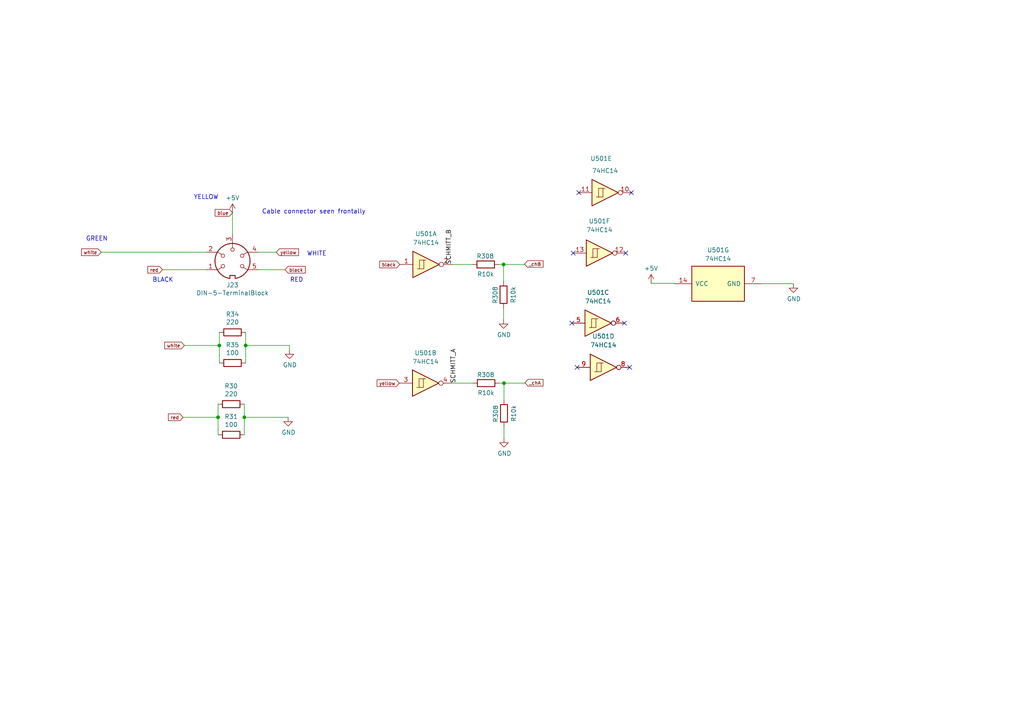
<source format=kicad_sch>
(kicad_sch (version 20230121) (generator eeschema)
  (paper "A4")
  (lib_symbols
    (symbol "74xx:74HC14" (pin_names (offset 1.016))
      (property "Reference" "U" (at 0 1.27 0))
      (property "Value" "74HC14" (at 0 -1.27 0))
      (symbol "74HC14_1_0"
        (polyline (pts (xy -3.81 3.81) (xy -3.81 -3.81) (xy 3.81 0) (xy -3.81 3.81)) (stroke (width 0.254)) (fill (type background)))
        (pin input line (at -7.62 0 0) (length 3.81) (name "~") (number "1"))
        (pin output inverted (at 7.62 0 180) (length 3.81) (name "~") (number "2"))
      )
      (symbol "74HC14_1_1"
        (polyline (pts (xy -1.905 -1.27) (xy -1.905 1.27) (xy -0.635 1.27)))
        (polyline (pts (xy -2.54 -1.27) (xy -0.635 -1.27) (xy -0.635 1.27) (xy 0 1.27)))
      )
      (symbol "74HC14_2_0"
        (polyline (pts (xy -3.81 3.81) (xy -3.81 -3.81) (xy 3.81 0) (xy -3.81 3.81)) (stroke (width 0.254)) (fill (type background)))
        (pin input line (at -7.62 0 0) (length 3.81) (name "~") (number "3"))
        (pin output inverted (at 7.62 0 180) (length 3.81) (name "~") (number "4"))
      )
      (symbol "74HC14_2_1"
        (polyline (pts (xy -1.905 -1.27) (xy -1.905 1.27) (xy -0.635 1.27)))
        (polyline (pts (xy -2.54 -1.27) (xy -0.635 -1.27) (xy -0.635 1.27) (xy 0 1.27)))
      )
      (symbol "74HC14_3_0"
        (polyline (pts (xy -3.81 3.81) (xy -3.81 -3.81) (xy 3.81 0) (xy -3.81 3.81)) (stroke (width 0.254)) (fill (type background)))
        (pin input line (at -7.62 0 0) (length 3.81) (name "~") (number "5"))
        (pin output inverted (at 7.62 0 180) (length 3.81) (name "~") (number "6"))
      )
      (symbol "74HC14_3_1"
        (polyline (pts (xy -1.905 -1.27) (xy -1.905 1.27) (xy -0.635 1.27)))
        (polyline (pts (xy -2.54 -1.27) (xy -0.635 -1.27) (xy -0.635 1.27) (xy 0 1.27)))
      )
      (symbol "74HC14_4_0"
        (polyline (pts (xy -3.81 3.81) (xy -3.81 -3.81) (xy 3.81 0) (xy -3.81 3.81)) (stroke (width 0.254)) (fill (type background)))
        (pin output inverted (at 7.62 0 180) (length 3.81) (name "~") (number "8"))
        (pin input line (at -7.62 0 0) (length 3.81) (name "~") (number "9"))
      )
      (symbol "74HC14_4_1"
        (polyline (pts (xy -1.905 -1.27) (xy -1.905 1.27) (xy -0.635 1.27)))
        (polyline (pts (xy -2.54 -1.27) (xy -0.635 -1.27) (xy -0.635 1.27) (xy 0 1.27)))
      )
      (symbol "74HC14_5_0"
        (polyline (pts (xy -3.81 3.81) (xy -3.81 -3.81) (xy 3.81 0) (xy -3.81 3.81)) (stroke (width 0.254)) (fill (type background)))
        (pin output inverted (at 7.62 0 180) (length 3.81) (name "~") (number "10"))
        (pin input line (at -7.62 0 0) (length 3.81) (name "~") (number "11"))
      )
      (symbol "74HC14_5_1"
        (polyline (pts (xy -1.905 -1.27) (xy -1.905 1.27) (xy -0.635 1.27)))
        (polyline (pts (xy -2.54 -1.27) (xy -0.635 -1.27) (xy -0.635 1.27) (xy 0 1.27)))
      )
      (symbol "74HC14_6_0"
        (polyline (pts (xy -3.81 3.81) (xy -3.81 -3.81) (xy 3.81 0) (xy -3.81 3.81)) (stroke (width 0.254)) (fill (type background)))
        (pin output inverted (at 7.62 0 180) (length 3.81) (name "~") (number "12"))
        (pin input line (at -7.62 0 0) (length 3.81) (name "~") (number "13"))
      )
      (symbol "74HC14_6_1"
        (polyline (pts (xy -1.905 -1.27) (xy -1.905 1.27) (xy -0.635 1.27)))
        (polyline (pts (xy -2.54 -1.27) (xy -0.635 -1.27) (xy -0.635 1.27) (xy 0 1.27)))
      )
      (symbol "74HC14_7_0"
        (pin power_in line (at 0 12.7 270) (length 5.08) (name "VCC") (number "14"))
        (pin power_in line (at 0 -12.7 90) (length 5.08) (name "GND") (number "7"))
      )
      (symbol "74HC14_7_1"
        (rectangle (start -5.08 7.62) (end 5.08 -7.62) (stroke (width 0.254)) (fill (type background)))
      )
    )
    (symbol "Device:R" (pin_numbers hide) (pin_names (offset 0))
      (property "Reference" "R" (at 2.032 0 90))
      (property "Value" "R" (at 0 0 90))
      (symbol "R_0_1"
        (rectangle (start -1.016 -2.54) (end 1.016 2.54) (stroke (width 0.254)))
      )
      (symbol "R_1_1"
        (pin passive line (at 0 3.81 270) (length 1.27) (name "~") (number "1"))
        (pin passive line (at 0 -3.81 90) (length 1.27) (name "~") (number "2"))
      )
    )
    (symbol "menelaos-v2-rescue:DIN-5-TerminalBlock-knownParts" (pin_names (offset 1.016))
      (property "Reference" "J" (at 3.175 5.715 0))
      (property "Value" "knownParts_DIN-5-TerminalBlock" (at 0 -6.35 0))
      (symbol "DIN-5-TerminalBlock-knownParts_0_1"
        (arc (start -5.08 0) (mid -3.8609 -3.3364) (end -0.762 -5.08) (stroke (width 0.254)))
        (circle (center -2.794 -1.524) (radius 0.508))
        (circle (center -2.794 1.524) (radius 0.508))
        (polyline (pts (xy 0 5.08) (xy 0 3.81)))
        (polyline (pts (xy -5.08 -2.54) (xy -4.318 -2.54) (xy -3.175 -1.905)))
        (polyline (pts (xy -5.08 2.54) (xy -4.318 2.54) (xy -3.175 1.905)))
        (polyline (pts (xy 5.08 -2.54) (xy 4.318 -2.54) (xy 3.175 -1.905)))
        (polyline (pts (xy 5.08 2.54) (xy 4.318 2.54) (xy 3.175 1.905)))
        (polyline (pts (xy -0.762 -4.953) (xy -0.762 -4.191) (xy 0.762 -4.191) (xy 0.762 -4.953)) (stroke (width 0.254)))
        (circle (center 0 3.302) (radius 0.508))
        (arc (start 0.762 -5.08) (mid 3.8685 -3.343) (end 5.08 0) (stroke (width 0.254)))
        (circle (center 2.794 -1.524) (radius 0.508))
        (circle (center 2.794 1.524) (radius 0.508))
        (arc (start 5.08 0) (mid 0 5.0579) (end -5.08 0) (stroke (width 0.254)))
      )
      (symbol "DIN-5-TerminalBlock-knownParts_1_1"
        (pin passive line (at -7.62 -2.54 0) (length 2.54) (name "~") (number "1"))
        (pin passive line (at -7.62 2.54 0) (length 2.54) (name "~") (number "2"))
        (pin passive line (at 0 7.62 270) (length 2.54) (name "~") (number "3"))
        (pin passive line (at 7.62 2.54 180) (length 2.54) (name "~") (number "4"))
        (pin passive line (at 7.62 -2.54 180) (length 2.54) (name "~") (number "5"))
      )
    )
    (symbol "power:+5V" (power) (pin_names (offset 0))
      (property "Value" "+5V" (at 0 3.556 0))
      (symbol "+5V_0_1"
        (polyline (pts (xy -0.762 1.27) (xy 0 2.54)))
        (polyline (pts (xy 0 0) (xy 0 2.54)))
        (polyline (pts (xy 0 2.54) (xy 0.762 1.27)))
      )
      (symbol "+5V_1_1"
        (pin power_in line (at 0 0 90) (length 0) hide (name "+5V") (number "1"))
      )
    )
    (symbol "power:GND" (power) (pin_names (offset 0))
      (property "Value" "GND" (at 0 -3.81 0))
      (symbol "GND_0_1"
        (polyline (pts (xy 0 0) (xy 0 -1.27) (xy 1.27 -1.27) (xy 0 -2.54) (xy -1.27 -1.27) (xy 0 -1.27)))
      )
      (symbol "GND_1_1"
        (pin power_in line (at 0 0 270) (length 0) hide (name "GND") (number "1"))
      )
    )
  )
  (junction (at 146.177 111.125))
  (junction (at 63.627 100.203))
  (junction (at 63.246 121.031))
  (junction (at 70.866 121.031))
  (junction (at 71.247 100.203))
  (junction (at 146.05 76.708))
  (no_connect (at 166.243 73.406))
  (no_connect (at 167.894 55.88))
  (no_connect (at 182.626 106.553))
  (no_connect (at 181.102 93.726))
  (no_connect (at 165.862 93.726))
  (no_connect (at 167.386 106.553))
  (no_connect (at 181.483 73.406))
  (no_connect (at 183.134 55.88))
  (wire (pts (xy 83.947 100.203) (xy 83.947 101.473)))
  (wire (pts (xy 71.247 105.283) (xy 71.247 100.203)))
  (wire (pts (xy 144.8031 111.125) (xy 146.177 111.125)))
  (wire (pts (xy 70.866 121.031) (xy 70.866 117.221)))
  (wire (pts (xy 53.467 100.203) (xy 63.627 100.203)))
  (wire (pts (xy 131.064 111.125) (xy 137.1831 111.125)))
  (wire (pts (xy 70.866 126.111) (xy 70.866 121.031)))
  (wire (pts (xy 29.337 73.152) (xy 59.817 73.152)))
  (wire (pts (xy 131.191 76.708) (xy 137.0561 76.708)))
  (wire (pts (xy 144.6761 76.708) (xy 146.05 76.708)))
  (wire (pts (xy 146.177 111.125) (xy 152.273 111.125)))
  (wire (pts (xy 188.849 82.169) (xy 195.58 82.169)))
  (wire (pts (xy 146.05 89.281) (xy 146.05 92.71)))
  (wire (pts (xy 63.627 100.203) (xy 63.627 105.283)))
  (wire (pts (xy 63.246 121.031) (xy 63.246 126.111)))
  (wire (pts (xy 152.146 76.708) (xy 152.146 76.581)))
  (wire (pts (xy 146.05 81.661) (xy 146.05 76.708)))
  (wire (pts (xy 47.117 78.232) (xy 59.817 78.232)))
  (wire (pts (xy 146.177 116.078) (xy 146.177 111.125)))
  (wire (pts (xy 71.247 100.203) (xy 71.247 96.393)))
  (wire (pts (xy 80.137 73.152) (xy 75.057 73.152)))
  (wire (pts (xy 152.273 111.125) (xy 152.273 110.998)))
  (wire (pts (xy 67.437 61.722) (xy 67.437 68.072)))
  (wire (pts (xy 53.086 121.031) (xy 63.246 121.031)))
  (wire (pts (xy 146.177 123.698) (xy 146.177 127.127)))
  (wire (pts (xy 195.58 82.169) (xy 195.58 82.296)))
  (wire (pts (xy 63.246 117.221) (xy 63.246 121.031)))
  (wire (pts (xy 75.057 78.232) (xy 82.677 78.232)))
  (wire (pts (xy 146.05 76.708) (xy 152.146 76.708)))
  (wire (pts (xy 63.627 96.393) (xy 63.627 100.203)))
  (wire (pts (xy 220.98 82.296) (xy 230.124 82.296)))
  (wire (pts (xy 71.247 100.203) (xy 83.947 100.203)))
  (wire (pts (xy 70.866 121.031) (xy 83.566 121.031)))
  (text "BLACK" (at 44.196 82.042 0) (effects (font (size 1.27 1.27)) (justify left bottom)))
  (text "WHITE" (at 89.027 74.422 0) (effects (font (size 1.27 1.27)) (justify left bottom)))
  (text "Cable connector seen frontally" (at 75.946 62.23 0) (effects (font (size 1.27 1.27)) (justify left bottom)))
  (text "YELLOW" (at 56.134 58.039 0) (effects (font (size 1.27 1.27)) (justify left bottom)))
  (text "GREEN" (at 24.892 70.104 0) (effects (font (size 1.27 1.27)) (justify left bottom)))
  (text "RED" (at 84.074 82.042 0) (effects (font (size 1.27 1.27)) (justify left bottom)))
  (label "SCHMITT_A" (at 132.4948 111.125 90))
  (label "SCHMITT_B" (at 131.191 76.708 90))
  (global_label "yellow" (shape input) (at 115.824 111.125 180) (effects (font (size 0.9906 0.9906))) (property "Intersheetrefs" "${INTERSHEET_REFS}" (effects hide)))
  (global_label "_chA" (shape input) (at 152.273 110.998 0) (effects (font (size 0.9906 0.9906))) (property "Intersheetrefs" "${INTERSHEET_REFS}" (effects hide)))
  (global_label "yellow" (shape input) (at 80.137 73.152 0) (effects (font (size 0.9906 0.9906))) (property "Intersheetrefs" "${INTERSHEET_REFS}" (effects hide)))
  (global_label "white" (shape input) (at 53.467 100.203 180) (effects (font (size 0.9906 0.9906))) (property "Intersheetrefs" "${INTERSHEET_REFS}" (effects hide)))
  (global_label "black" (shape input) (at 115.951 76.708 180) (effects (font (size 0.9906 0.9906))) (property "Intersheetrefs" "${INTERSHEET_REFS}" (effects hide)))
  (global_label "red" (shape input) (at 47.117 78.232 180) (effects (font (size 0.9906 0.9906))) (property "Intersheetrefs" "${INTERSHEET_REFS}" (effects hide)))
  (global_label "white" (shape input) (at 29.337 73.152 180) (effects (font (size 0.9906 0.9906))) (property "Intersheetrefs" "${INTERSHEET_REFS}" (effects hide)))
  (global_label "_chB" (shape input) (at 152.146 76.581 0) (effects (font (size 0.9906 0.9906))) (property "Intersheetrefs" "${INTERSHEET_REFS}" (effects hide)))
  (global_label "black" (shape input) (at 82.677 78.232 0) (effects (font (size 0.9906 0.9906))) (property "Intersheetrefs" "${INTERSHEET_REFS}" (effects hide)))
  (global_label "red" (shape input) (at 53.086 121.031 180) (effects (font (size 0.9906 0.9906))) (property "Intersheetrefs" "${INTERSHEET_REFS}" (effects hide)))
  (global_label "blue" (shape input) (at 67.437 61.722 180) (effects (font (size 0.9906 0.9906))) (property "Intersheetrefs" "${INTERSHEET_REFS}" (effects hide)))
  (symbol (lib_id "power:GND") (at 83.947 101.473 0) (unit 1)
    (property "Reference" "#PWR0503" (effects hide))
    (property "Value" "GND" (at 84.074 105.8672 0))
    (instances (project "menelaos-rev3" (path "" (reference "#PWR0503") (unit 1))) (project "menelaos-v2" (path "" (reference "#PWR0153") (unit 1))))
  )
  (symbol (lib_id "power:+5V") (at 188.849 82.169 0) (unit 1)
    (property "Reference" "#PWR022" (effects hide))
    (property "Value" "+5V" (at 188.849 77.851 0))
    (instances (project "menelaos-rev3" (path "" (reference "#PWR022") (unit 1)) (path "" (reference "#PWR0506") (unit 1))))
  )
  (symbol (lib_id "Device:R") (at 146.05 85.471 180) (unit 1)
    (property "Reference" "R308" (at 143.637 85.5828 90))
    (property "Value" "R10k" (at 148.8694 85.4964 90))
    (property "Footprint" "Resistor_SMD:R_1206_3216Metric_Pad1.30x1.75mm_HandSolder" (effects hide))
    (property "Digi-Key_PN" "TNP10.0KACCT-ND" (effects hide))
    (property "Manufacturer_PN" "TNPW120610K0BEEA" (effects hide))
    (instances (project "menelaos-rev3" (path "" (reference "R308") (unit 1)) (path "" (reference "R507") (unit 1))) (project "OpenCelluloid" (path "" (reference "R308") (unit 1))))
  )
  (symbol (lib_id "Device:R") (at 67.437 105.283 270) (unit 1)
    (property "Reference" "R35" (at 67.437 100.0252 90))
    (property "Value" "100" (at 67.437 102.3366 90))
    (property "Footprint" "Resistor_SMD:R_1206_3216Metric" (effects hide))
    (instances (project "menelaos-rev3" (path "" (reference "R35") (unit 1)) (path "" (reference "R504") (unit 1))) (project "menelaos-v2" (path "" (reference "R35") (unit 1))))
  )
  (symbol (lib_id "74xx:74HC14") (at 175.514 55.88 0) (unit 5)
    (property "Reference" "U501" (at 174.371 45.974 0))
    (property "Value" "74HC14" (at 175.514 49.53 0))
    (property "Footprint" "Package_SO:SOIC-14_3.9x8.7mm_P1.27mm" (effects hide))
    (property "Datasheet" "http://www.ti.com/lit/gpn/sn74HC14" (effects hide))
  )
  (symbol (lib_id "Device:R") (at 67.437 96.393 270) (unit 1)
    (property "Reference" "R34" (at 67.437 91.1352 90))
    (property "Value" "220" (at 67.437 93.4466 90))
    (property "Footprint" "Resistor_SMD:R_1206_3216Metric" (effects hide))
    (instances (project "menelaos-rev3" (path "" (reference "R34") (unit 1)) (path "" (reference "R503") (unit 1))) (project "menelaos-v2" (path "" (reference "R34") (unit 1))))
  )
  (symbol (lib_id "power:GND") (at 83.566 121.031 0) (unit 1)
    (property "Reference" "#PWR0502" (effects hide))
    (property "Value" "GND" (at 83.693 125.4252 0))
    (instances (project "menelaos-rev3" (path "" (reference "#PWR0502") (unit 1))) (project "menelaos-v2" (path "" (reference "#PWR0154") (unit 1))))
  )
  (symbol (lib_id "74xx:74HC14") (at 208.28 82.296 90) (unit 7)
    (property "Reference" "U501" (at 208.28 72.517 90))
    (property "Value" "74HC14" (at 208.28 75.057 90))
    (property "Footprint" "Package_SO:SOIC-14_3.9x8.7mm_P1.27mm" (effects hide))
    (property "Datasheet" "http://www.ti.com/lit/gpn/sn74HC14" (effects hide))
  )
  (symbol (lib_id "Device:R") (at 146.177 119.888 180) (unit 1)
    (property "Reference" "R308" (at 143.764 119.9998 90))
    (property "Value" "R10k" (at 148.9964 119.9134 90))
    (property "Footprint" "Resistor_SMD:R_1206_3216Metric_Pad1.30x1.75mm_HandSolder" (effects hide))
    (property "Digi-Key_PN" "TNP10.0KACCT-ND" (effects hide))
    (property "Manufacturer_PN" "TNPW120610K0BEEA" (effects hide))
    (instances (project "menelaos-rev3" (path "" (reference "R308") (unit 1)) (path "" (reference "R508") (unit 1))) (project "OpenCelluloid" (path "" (reference "R308") (unit 1))))
  )
  (symbol (lib_id "power:GND") (at 146.177 127.127 0) (unit 1)
    (property "Reference" "#PWR0505" (effects hide))
    (property "Value" "GND" (at 146.304 131.5212 0))
    (instances (project "menelaos-rev3" (path "" (reference "#PWR0505") (unit 1))) (project "menelaos-v2" (path "" (reference "#PWR012") (unit 1))))
  )
  (symbol (lib_id "menelaos-v2-rescue:DIN-5-TerminalBlock-knownParts") (at 67.437 75.692 0) (unit 1)
    (property "Reference" "J23" (at 67.437 82.677 0))
    (property "Value" "DIN-5-TerminalBlock" (at 67.437 84.9884 0))
    (property "Footprint" "TerminalBlock_WAGO:TerminalBlock_WAGO_236-405_1x05_P5.00mm_45Degree" (effects hide))
    (property "Datasheet" "http://www.mouser.com/ds/2/18/40_c091_abd_e-75918.pdf" (effects hide))
    (instances (project "menelaos-rev3" (path "" (reference "J23") (unit 1)) (path "" (reference "J501") (unit 1))) (project "menelaos-v2" (path "" (reference "J23") (unit 1))))
  )
  (symbol (lib_id "74xx:74HC14") (at 175.006 106.553 0) (unit 4)
    (property "Reference" "U501" (at 175.006 97.536 0))
    (property "Value" "74HC14" (at 175.006 100.076 0))
    (property "Footprint" "Package_SO:SOIC-14_3.9x8.7mm_P1.27mm" (effects hide))
    (property "Datasheet" "http://www.ti.com/lit/gpn/sn74HC14" (effects hide))
  )
  (symbol (lib_id "74xx:74HC14") (at 173.482 93.726 0) (unit 3)
    (property "Reference" "U501" (at 173.482 84.836 0))
    (property "Value" "74HC14" (at 173.482 87.376 0))
    (property "Footprint" "Package_SO:SOIC-14_3.9x8.7mm_P1.27mm" (effects hide))
    (property "Datasheet" "http://www.ti.com/lit/gpn/sn74HC14" (effects hide))
  )
  (symbol (lib_id "74xx:74HC14") (at 173.863 73.406 0) (unit 6)
    (property "Reference" "U501" (at 173.863 64.135 0))
    (property "Value" "74HC14" (at 173.863 66.675 0))
    (property "Footprint" "Package_SO:SOIC-14_3.9x8.7mm_P1.27mm" (effects hide))
    (property "Datasheet" "http://www.ti.com/lit/gpn/sn74HC14" (effects hide))
  )
  (symbol (lib_id "74xx:74HC14") (at 123.444 111.125 0) (unit 2)
    (property "Reference" "U501" (at 123.444 102.362 0))
    (property "Value" "74HC14" (at 123.444 104.902 0))
    (property "Footprint" "Package_SO:SOIC-14_3.9x8.7mm_P1.27mm" (effects hide))
    (property "Datasheet" "http://www.ti.com/lit/gpn/sn74HC14" (effects hide))
  )
  (symbol (lib_id "Device:R") (at 140.8661 76.708 90) (unit 1)
    (property "Reference" "R308" (at 140.7543 74.295 90))
    (property "Value" "R10k" (at 140.8407 79.5274 90))
    (property "Footprint" "Resistor_SMD:R_1206_3216Metric_Pad1.30x1.75mm_HandSolder" (effects hide))
    (property "Digi-Key_PN" "TNP10.0KACCT-ND" (effects hide))
    (property "Manufacturer_PN" "TNPW120610K0BEEA" (effects hide))
    (instances (project "menelaos-rev3" (path "" (reference "R308") (unit 1)) (path "" (reference "R505") (unit 1))) (project "OpenCelluloid" (path "" (reference "R308") (unit 1))))
  )
  (symbol (lib_id "Device:R") (at 67.056 126.111 270) (unit 1)
    (property "Reference" "R31" (at 67.056 120.8532 90))
    (property "Value" "100" (at 67.056 123.1646 90))
    (property "Footprint" "Resistor_SMD:R_1206_3216Metric" (effects hide))
    (instances (project "menelaos-rev3" (path "" (reference "R31") (unit 1)) (path "" (reference "R502") (unit 1))) (project "menelaos-v2" (path "" (reference "R31") (unit 1))))
  )
  (symbol (lib_id "Device:R") (at 140.9931 111.125 90) (unit 1)
    (property "Reference" "R308" (at 140.8813 108.712 90))
    (property "Value" "R10k" (at 140.9677 113.9444 90))
    (property "Footprint" "Resistor_SMD:R_1206_3216Metric_Pad1.30x1.75mm_HandSolder" (effects hide))
    (property "Digi-Key_PN" "TNP10.0KACCT-ND" (effects hide))
    (property "Manufacturer_PN" "TNPW120610K0BEEA" (effects hide))
    (instances (project "menelaos-rev3" (path "" (reference "R308") (unit 1)) (path "" (reference "R506") (unit 1))) (project "OpenCelluloid" (path "" (reference "R308") (unit 1))))
  )
  (symbol (lib_id "power:GND") (at 230.124 82.296 0) (unit 1)
    (property "Reference" "#PWR0507" (effects hide))
    (property "Value" "GND" (at 230.251 86.6902 0))
    (instances (project "menelaos-rev3" (path "" (reference "#PWR0507") (unit 1))) (project "menelaos-v2" (path "" (reference "#PWR012") (unit 1))))
  )
  (symbol (lib_id "Device:R") (at 67.056 117.221 270) (unit 1)
    (property "Reference" "R30" (at 67.056 111.9632 90))
    (property "Value" "220" (at 67.056 114.2746 90))
    (property "Footprint" "Resistor_SMD:R_1206_3216Metric" (effects hide))
    (instances (project "menelaos-rev3" (path "" (reference "R30") (unit 1)) (path "" (reference "R501") (unit 1))) (project "menelaos-v2" (path "" (reference "R30") (unit 1))))
  )
  (symbol (lib_id "power:+5V") (at 67.437 61.722 0) (unit 1)
    (property "Reference" "#PWR022" (effects hide))
    (property "Value" "+5V" (at 67.437 57.404 0))
    (instances (project "menelaos-rev3" (path "" (reference "#PWR022") (unit 1)) (path "" (reference "#PWR0501") (unit 1))))
  )
  (symbol (lib_id "power:GND") (at 146.05 92.71 0) (unit 1)
    (property "Reference" "#PWR0504" (effects hide))
    (property "Value" "GND" (at 146.177 97.1042 0))
    (instances (project "menelaos-rev3" (path "" (reference "#PWR0504") (unit 1))) (project "menelaos-v2" (path "" (reference "#PWR012") (unit 1))))
  )
  (symbol (lib_id "74xx:74HC14") (at 123.571 76.708 0) (unit 1)
    (property "Reference" "U501" (at 123.571 67.818 0))
    (property "Value" "74HC14" (at 123.571 70.358 0))
    (property "Footprint" "Package_SO:SOIC-14_3.9x8.7mm_P1.27mm" (effects hide))
    (property "Datasheet" "http://www.ti.com/lit/gpn/sn74HC14" (effects hide))
  )
)
</source>
